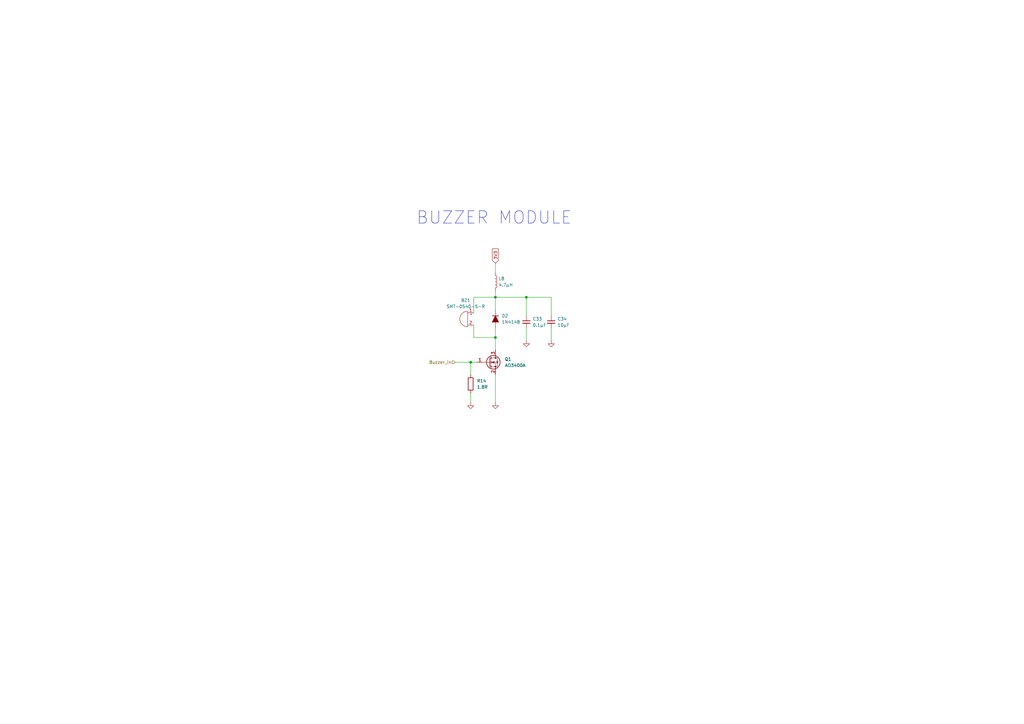
<source format=kicad_sch>
(kicad_sch (version 20250114) (generator "eeschema") (generator_version "9.0")
  (paper "A3")
  (title_block (title "Rabosa Micromouse") (rev "1.0") (company "XorvaLabs ") (comment 1 "Schematic design based on Green Ye's Green Giant 5.19V micromouse") (comment 2 "And in OPRobots streams"))
  (lib_symbols
    (symbol "Device:Buzzer" (pin_names (offset 0.0254) (hide yes))
      (property "Reference" "BZ" (at 3.81 1.27 0))
      (property "Value" "Buzzer" (at 3.81 -1.27 0))
      (symbol "Buzzer_0_1"
        (polyline (pts (xy -1.651 1.905) (xy -1.143 1.905)))
        (polyline (pts (xy -1.397 2.159) (xy -1.397 1.651)))
        (arc (start 0 3.175) (mid 3.1612 0) (end 0 -3.175))
        (polyline (pts (xy 0 3.175) (xy 0 -3.175)))
      )
      (symbol "Buzzer_1_1"
        (pin passive line (at -2.54 2.54 0) (length 2.54) (name "+") (number "1"))
        (pin passive line (at -2.54 -2.54 0) (length 2.54) (name "-") (number "2"))
      )
    )
    (symbol "Device:C_Small" (pin_numbers (hide yes)) (pin_names (offset 0.254) (hide yes))
      (property "Reference" "C" (at 0.254 1.778 0))
      (property "Value" "C_Small" (at 0.254 -2.032 0))
      (symbol "C_Small_0_1"
        (polyline (pts (xy -1.524 0.508) (xy 1.524 0.508)) (stroke (width 0.3048)))
        (polyline (pts (xy -1.524 -0.508) (xy 1.524 -0.508)) (stroke (width 0.3302)))
      )
      (symbol "C_Small_1_1"
        (pin passive line (at 0 2.54 270) (length 2.032) (name "~") (number "1"))
        (pin passive line (at 0 -2.54 90) (length 2.032) (name "~") (number "2"))
      )
    )
    (symbol "Device:L" (pin_numbers (hide yes)) (pin_names (offset 1.016) (hide yes))
      (property "Reference" "L" (at -1.27 0 90))
      (property "Value" "L" (at 1.905 0 90))
      (symbol "L_0_1"
        (arc (start 0 2.54) (mid 0.6323 1.905) (end 0 1.27))
        (arc (start 0 1.27) (mid 0.6323 0.635) (end 0 0))
        (arc (start 0 0) (mid 0.6323 -0.635) (end 0 -1.27))
        (arc (start 0 -1.27) (mid 0.6323 -1.905) (end 0 -2.54))
      )
      (symbol "L_1_1"
        (pin passive line (at 0 3.81 270) (length 1.27) (name "1") (number "1"))
        (pin passive line (at 0 -3.81 90) (length 1.27) (name "2") (number "2"))
      )
    )
    (symbol "Device:R" (pin_numbers (hide yes)) (pin_names (offset 0))
      (property "Reference" "R" (at 2.032 0 90))
      (property "Value" "R" (at 0 0 90))
      (symbol "R_0_1"
        (rectangle (start -1.016 -2.54) (end 1.016 2.54) (stroke (width 0.254)))
      )
      (symbol "R_1_1"
        (pin passive line (at 0 3.81 270) (length 1.27) (name "~") (number "1"))
        (pin passive line (at 0 -3.81 90) (length 1.27) (name "~") (number "2"))
      )
    )
    (symbol "PCM_Diode_AKL:1N4148" (pin_numbers (hide yes)) (pin_names (offset 1.016) (hide yes))
      (property "Reference" "D" (at 0 5.08 0))
      (property "Value" "1N4148" (at 0 2.54 0))
      (symbol "1N4148_0_1"
        (polyline (pts (xy -1.27 1.27) (xy -1.27 -1.27) (xy 1.27 0) (xy -1.27 1.27)) (stroke (width 0.254)) (fill (type outline)))
        (polyline (pts (xy -1.27 0) (xy 1.27 0)))
        (polyline (pts (xy 1.27 1.27) (xy 1.27 -1.27)) (stroke (width 0.254)))
      )
      (symbol "1N4148_0_2"
        (polyline (pts (xy -2.54 -2.54) (xy 2.54 2.54)))
        (polyline (pts (xy -0.889 -0.889) (xy -1.778 0) (xy 0.889 0.889) (xy 0 -1.778) (xy -0.889 -0.889)) (stroke (width 0.254)) (fill (type outline)))
        (polyline (pts (xy 0 1.778) (xy 1.778 0)) (stroke (width 0.254)))
      )
      (symbol "1N4148_1_1"
        (pin passive line (at -3.81 0 0) (length 2.54) (name "A") (number "2"))
        (pin passive line (at 3.81 0 180) (length 2.54) (name "K") (number "1"))
      )
      (symbol "1N4148_1_2"
        (pin passive line (at -2.54 -2.54 0) (length 0) (name "A") (number "2"))
        (pin passive line (at 2.54 2.54 180) (length 0) (name "K") (number "1"))
      )
    )
    (symbol "Transistor_FET:AO3400A" (pin_names (offset 0) (hide yes))
      (property "Reference" "Q" (at 5.08 1.905 0))
      (property "Value" "AO3400A" (at 5.08 0 0))
      (symbol "AO3400A_0_1"
        (polyline (pts (xy 0.254 1.905) (xy 0.254 -1.905)) (stroke (width 0.254)))
        (polyline (pts (xy 0.254 0) (xy -2.54 0)))
        (polyline (pts (xy 0.762 2.286) (xy 0.762 1.27)) (stroke (width 0.254)))
        (polyline (pts (xy 0.762 0.508) (xy 0.762 -0.508)) (stroke (width 0.254)))
        (polyline (pts (xy 0.762 -1.27) (xy 0.762 -2.286)) (stroke (width 0.254)))
        (polyline (pts (xy 0.762 -1.778) (xy 3.302 -1.778) (xy 3.302 1.778) (xy 0.762 1.778)))
        (polyline (pts (xy 1.016 0) (xy 2.032 0.381) (xy 2.032 -0.381) (xy 1.016 0)) (fill (type outline)))
        (circle (center 1.651 0) (radius 2.794) (stroke (width 0.254)))
        (polyline (pts (xy 2.54 2.54) (xy 2.54 1.778)))
        (circle (center 2.54 1.778) (radius 0.254) (fill (type outline)))
        (circle (center 2.54 -1.778) (radius 0.254) (fill (type outline)))
        (polyline (pts (xy 2.54 -2.54) (xy 2.54 0) (xy 0.762 0)))
        (polyline (pts (xy 2.921 0.381) (xy 3.683 0.381)))
        (polyline (pts (xy 3.302 0.381) (xy 2.921 -0.254) (xy 3.683 -0.254) (xy 3.302 0.381)))
      )
      (symbol "AO3400A_1_1"
        (pin input line (at -5.08 0 0) (length 2.54) (name "G") (number "1"))
        (pin passive line (at 2.54 5.08 270) (length 2.54) (name "D") (number "3"))
        (pin passive line (at 2.54 -5.08 90) (length 2.54) (name "S") (number "2"))
      )
    )
    (symbol "power:GND" (power) (pin_numbers (hide yes)) (pin_names (offset 0) (hide yes))
      (property "Value" "GND" (at 0 -3.81 0))
      (symbol "GND_0_1"
        (polyline (pts (xy 0 0) (xy 0 -1.27) (xy 1.27 -1.27) (xy 0 -2.54) (xy -1.27 -1.27) (xy 0 -1.27)))
      )
      (symbol "GND_1_1"
        (pin power_in line (at 0 0 270) (length 0) (name "~") (number "1"))
      )
    )
  )
  (text "BUZZER MODULE" (at 202.692 89.408 0) (effects (font (size 5.08 5.08))))
  (junction (at 203.2 121.92))
  (junction (at 203.2 138.43))
  (junction (at 193.04 148.59))
  (junction (at 215.9 121.92))
  (wire (pts (xy 194.31 133.35) (xy 194.31 138.43)))
  (wire (pts (xy 203.2 153.67) (xy 203.2 165.1)))
  (wire (pts (xy 215.9 121.92) (xy 215.9 129.54)))
  (wire (pts (xy 194.31 138.43) (xy 203.2 138.43)))
  (wire (pts (xy 203.2 138.43) (xy 203.2 143.51)))
  (wire (pts (xy 203.2 121.92) (xy 215.9 121.92)))
  (wire (pts (xy 193.04 148.59) (xy 195.58 148.59)))
  (wire (pts (xy 226.06 121.92) (xy 226.06 129.54)))
  (wire (pts (xy 203.2 138.43) (xy 203.2 134.62)))
  (wire (pts (xy 193.04 161.29) (xy 193.04 165.1)))
  (wire (pts (xy 215.9 121.92) (xy 226.06 121.92)))
  (wire (pts (xy 186.69 148.59) (xy 193.04 148.59)))
  (wire (pts (xy 203.2 119.38) (xy 203.2 121.92)))
  (wire (pts (xy 203.2 107.95) (xy 203.2 111.76)))
  (wire (pts (xy 194.31 121.92) (xy 203.2 121.92)))
  (wire (pts (xy 194.31 121.92) (xy 194.31 128.27)))
  (wire (pts (xy 215.9 134.62) (xy 215.9 139.7)))
  (wire (pts (xy 226.06 134.62) (xy 226.06 139.7)))
  (wire (pts (xy 203.2 121.92) (xy 203.2 127)))
  (wire (pts (xy 193.04 153.67) (xy 193.04 148.59)))
  (global_label "3V3" (shape input) (at 203.2 107.95 90) (property "Intersheetrefs" "${INTERSHEET_REFS}" (effects (hide yes))))
  (hierarchical_label "Buzzer_in" (shape input) (at 186.69 148.59 180))
  (symbol (lib_id "PCM_Diode_AKL:1N4148") (at 203.2 130.81 90) (unit 1)
    (property "Reference" "D2" (at 205.74 129.5399 90) (effects (justify right)))
    (property "Value" "1N4148" (at 205.74 132.0799 90) (effects (justify right)))
    (property "Footprint" "PCM_Diode_SMD_AKL:D_SOD-523" (effects (hide yes)))
    (property "Datasheet" "https://datasheet.octopart.com/1N4148TR-ON-Semiconductor-datasheet-42765246.pdf" (effects (hide yes)))
    (property "Description" "DO-35 Diode, Small Signal, Fast Switching, 75V, 150mA, 4ns, Alternate KiCad Library" (effects (hide yes)))
    (property "JLCPCB Part #" "C727112" (effects (hide yes)))
  )
  (symbol (lib_id "Transistor_FET:AO3400A") (at 200.66 148.59 0) (unit 1)
    (property "Reference" "Q1" (at 207.01 147.3199 0) (effects (justify left)))
    (property "Value" "AO3400A" (at 207.01 149.8599 0) (effects (justify left)))
    (property "Footprint" "Package_TO_SOT_SMD:SOT-23" (effects (hide yes)))
    (property "Datasheet" "http://www.aosmd.com/pdfs/datasheet/AO3400A.pdf" (effects (hide yes)))
    (property "Description" "30V Vds, 5.7A Id, N-Channel MOSFET, SOT-23" (effects (hide yes)))
    (property "Link compra" "https://www.digikey.es/es/products/detail/alpha-omega-semiconductor-inc/AO3400A/1855772" (effects (hide yes)))
    (property "JLCPCB Part #" "C20917" (effects (hide yes)))
  )
  (symbol (lib_id "power:GND") (at 193.04 165.1 0) (unit 1)
    (property "Reference" "#PWR022" (effects (hide yes)))
    (property "Value" "GND" (effects (hide yes)))
    (property "Description" "Power symbol creates a global label with name \"GND\" , ground" (effects (hide yes)))
  )
  (symbol (lib_id "Device:Buzzer") (at 191.77 130.81 0) (mirror y) (unit 1)
    (property "Reference" "BZ1" (at 191.0149 123.19 0))
    (property "Value" "SMT-0540-S-R" (at 191.0149 125.73 0))
    (property "Footprint" "Buzzer_Beeper:MagneticBuzzer_Kobitone_254-EMB84Q-RO" (effects (hide yes)))
    (property "Description" "Buzzer, polarized" (effects (hide yes)))
    (property "JLCPCB Part #" "C3812104" (effects (hide yes)))
  )
  (symbol (lib_id "power:GND") (at 226.06 139.7 0) (unit 1)
    (property "Reference" "#PWR025" (effects (hide yes)))
    (property "Value" "GND" (effects (hide yes)))
    (property "Description" "Power symbol creates a global label with name \"GND\" , ground" (effects (hide yes)))
  )
  (symbol (lib_id "power:GND") (at 215.9 139.7 0) (unit 1)
    (property "Reference" "#PWR024" (effects (hide yes)))
    (property "Value" "GND" (effects (hide yes)))
    (property "Description" "Power symbol creates a global label with name \"GND\" , ground" (effects (hide yes)))
  )
  (symbol (lib_id "power:GND") (at 203.2 165.1 0) (unit 1)
    (property "Reference" "#PWR023" (effects (hide yes)))
    (property "Value" "GND" (effects (hide yes)))
    (property "Description" "Power symbol creates a global label with name \"GND\" , ground" (effects (hide yes)))
  )
  (symbol (lib_id "Device:C_Small") (at 215.9 132.08 0) (unit 1)
    (property "Reference" "C33" (at 218.44 130.8162 0) (effects (justify left)))
    (property "Value" "0.1µF" (at 218.44 133.3562 0) (effects (justify left)))
    (property "Footprint" "Capacitor_SMD:C_0402_1005Metric" (effects (hide yes)))
    (property "Description" "Unpolarized capacitor, small symbol" (effects (hide yes)))
    (property "JLCPCB Part #" "C1525" (effects (hide yes)))
  )
  (symbol (lib_id "Device:L") (at 203.2 115.57 0) (unit 1)
    (property "Reference" "L8" (at 204.47 114.2999 0) (effects (justify left)))
    (property "Value" "4.7µH" (at 204.47 116.8399 0) (effects (justify left)))
    (property "Footprint" "Inductor_SMD:L_1210_3225Metric" (effects (hide yes)))
    (property "Description" "Inductor" (effects (hide yes)))
    (property "JLCPCB Part #" "C56767" (effects (hide yes)))
  )
  (symbol (lib_id "Device:C_Small") (at 226.06 132.08 0) (unit 1)
    (property "Reference" "C34" (at 228.6 130.8162 0) (effects (justify left)))
    (property "Value" "10µF" (at 228.6 133.3562 0) (effects (justify left)))
    (property "Footprint" "Capacitor_SMD:C_0402_1005Metric" (effects (hide yes)))
    (property "Description" "Unpolarized capacitor, small symbol" (effects (hide yes)))
    (property "JLCPCB Part #" "C15525" (effects (hide yes)))
  )
  (symbol (lib_id "Device:R") (at 193.04 157.48 0) (unit 1)
    (property "Reference" "R14" (at 195.58 156.2099 0) (effects (justify left)))
    (property "Value" "1.8R" (at 195.58 158.7499 0) (effects (justify left)))
    (property "Footprint" "PCM_Resistor_SMD_AKL:R_0402_1005Metric" (effects (hide yes)))
    (property "Description" "Resistor" (effects (hide yes)))
    (property "JLCPCB Part #" "C174229" (effects (hide yes)))
  )
)
</source>
